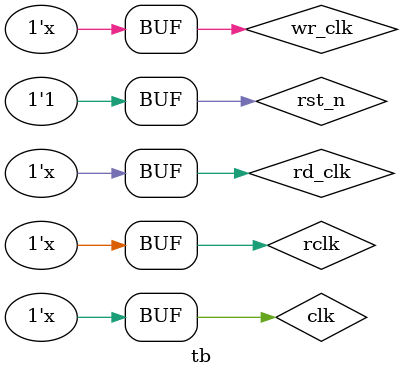
<source format=v>
`timescale 1ns/1ps

module tb;

localparam CLK_Cyc = 10;

reg clk,rst_n;
reg rclk;
initial begin 
    clk = 0;
    rclk = 0;
    rst_n = 0;
    #200;
    rst_n = 1;
end 
////////////////////////////////////////////////////////////////////////////////
// clock generator 
reg [63:0] n_clocks;
always # (CLK_Cyc/2) clk = ~clk;
always # (CLK_Cyc*2/2) rclk = ~rclk;
wire wr_clk = clk;
wire rd_clk = rclk;
////////////////////////////////////////////////////////////////////////////////
// 
parameter DBITS = 16;
parameter ABITS = 10;
parameter SHOWAHEAD = 1;
reg wren;
reg  [DBITS-1:0] wr_data;
wire [DBITS-1:0] rd_data;
wire rd_empty;
wire rd_en = ~rd_empty;
////////////////////////////////////////////////////////////////////////////////
always @ (posedge wr_clk,negedge rst_n) begin 
    if (!rst_n) begin 
        n_clocks <= 'd0;
    end 
    else begin 
        n_clocks <= n_clocks + 1'd1;
    end 
end 
////////////////////////////////////////////////////////////////////////////////
always @ (posedge wr_clk,negedge rst_n)
begin 
    if (!rst_n) begin 
        wren <= 1'd0;
        wr_data <= 8'd0;
    end   
    else if (n_clocks[9:0] >=800) begin  
        wren <= 1'd1; //!m_axis_tready;
        wr_data <= wr_data + 1'd1;
    end 
    else begin 
        wren <= 1'd0;//
        wr_data <= wr_data;
    end 
end 
////////////////////////////////////////////////////////////////////////////////
bfm_fifo_async #(
    .SHOWAHEAD  (SHOWAHEAD      ),
    .FTHR       (800    ),
    .ETHR       (2      ),
    .ABITS      (ABITS  ),
    .DBITS      (DBITS  )
) bfm_inst
( 
    .wr_clk      ( wr_clk   ),//input           wire                
    .rst         ( !rst_n   ),//input           wire                
    .wr_data     ( wr_data  ),//input           wire    [DBITS-1:0] 
    .wr_en       ( wren     ),//input           wire                
    .wr_full     ( wr_full  ),//output          wire                
    
    .rd_clk      ( rd_clk   ),//input           wire                
    .rd_en       ( rd_en    ),//input           wire                
    .rd_data     ( rd_data  ),//input           wire                
    .rd_empty    ( rd_empty )//output          wire    [DBITS-1:0] 
);

////////////////////////////////////////////////////////////////////////////////
// check data 

reg rden_d;
always @ (posedge rd_clk,negedge rst_n)
begin 
    if (!rst_n) begin 
        rden_d <= 0;
    end 
    else begin 
        rden_d <= rd_en;
    end 
end 
////////////////////////////////////////////////////////////////////////////////
wire dat_v;
assign dat_v = SHOWAHEAD ? rd_en : rden_d;
////////////////////////////////////////////////////////////////////////////////
reg [DBITS-1:0] chk_dat;
reg [DBITS-1:0] chk_err;
always @ (posedge rd_clk,negedge rst_n)
begin 
    if (!rst_n) begin 
        chk_dat <= 1;
        chk_err <= 0;
    end 
    else if (dat_v) begin 
        chk_dat <= chk_dat + 1;
        if(chk_dat != rd_data) begin 
            chk_err <= chk_err+1;
        end 
    end 
    else begin 
        chk_dat <= chk_dat;
        chk_err <= chk_err;
    end 
end 
////////////////////////////////////////////////////////////////////////////////

endmodule 

</source>
